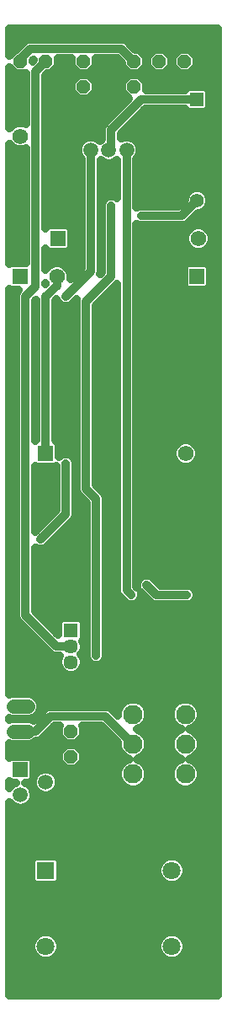
<source format=gbl>
G75*
%MOIN*%
%OFA0B0*%
%FSLAX25Y25*%
%IPPOS*%
%LPD*%
%AMOC8*
5,1,8,0,0,1.08239X$1,22.5*
%
%ADD10R,0.06201X0.06201*%
%ADD11C,0.06201*%
%ADD12C,0.05500*%
%ADD13R,0.05500X0.05500*%
%ADD14C,0.05600*%
%ADD15R,0.05701X0.05701*%
%ADD16C,0.05701*%
%ADD17R,0.05900X0.05900*%
%ADD18C,0.05900*%
%ADD19C,0.05945*%
%ADD20OC8,0.05200*%
%ADD21C,0.07677*%
%ADD22R,0.07087X0.07087*%
%ADD23C,0.07087*%
%ADD24C,0.03200*%
%ADD25C,0.02978*%
D10*
X0129342Y0264933D03*
X0119342Y0334933D03*
X0134342Y0349933D03*
X0189342Y0334933D03*
D11*
X0189854Y0349933D03*
X0184854Y0264933D03*
X0133830Y0334933D03*
X0119342Y0390445D03*
D12*
X0189342Y0364933D03*
D13*
X0189342Y0404933D03*
D14*
X0122142Y0164933D02*
X0116542Y0164933D01*
X0116542Y0154933D02*
X0122142Y0154933D01*
D15*
X0139342Y0194933D03*
D16*
X0139342Y0188634D03*
X0139342Y0182335D03*
D17*
X0119342Y0139933D03*
D18*
X0119342Y0129933D03*
X0129342Y0134933D03*
D19*
X0147255Y0384933D03*
X0154342Y0384933D03*
X0161428Y0384933D03*
D20*
X0164342Y0409933D03*
X0164342Y0419933D03*
X0174342Y0419933D03*
X0184342Y0419933D03*
X0144342Y0419933D03*
X0144342Y0409933D03*
X0129342Y0419933D03*
X0119342Y0419933D03*
X0139342Y0154933D03*
X0139342Y0144933D03*
D21*
X0163909Y0149933D03*
X0163909Y0138122D03*
X0163909Y0161744D03*
X0184775Y0161744D03*
X0184775Y0149933D03*
X0184775Y0138122D03*
D22*
X0129342Y0099933D03*
D23*
X0129342Y0069933D03*
X0179342Y0069933D03*
X0179342Y0099933D03*
D24*
X0114942Y0127098D02*
X0114942Y0050533D01*
X0197663Y0050533D01*
X0197663Y0433034D01*
X0114942Y0433034D01*
X0114942Y0422321D01*
X0117354Y0424733D01*
X0117768Y0424733D01*
X0121189Y0428155D01*
X0122586Y0428733D01*
X0160098Y0428733D01*
X0161494Y0428155D01*
X0162563Y0427086D01*
X0164916Y0424733D01*
X0166330Y0424733D01*
X0169142Y0421921D01*
X0169142Y0417945D01*
X0166330Y0415133D01*
X0162354Y0415133D01*
X0159542Y0417945D01*
X0159542Y0419359D01*
X0157768Y0421133D01*
X0149142Y0421133D01*
X0149142Y0417945D01*
X0146330Y0415133D01*
X0142354Y0415133D01*
X0139542Y0417945D01*
X0139542Y0421133D01*
X0134142Y0421133D01*
X0134142Y0417945D01*
X0131330Y0415133D01*
X0129916Y0415133D01*
X0129142Y0414359D01*
X0129142Y0354045D01*
X0130330Y0355233D01*
X0138353Y0355233D01*
X0139642Y0353945D01*
X0139642Y0345921D01*
X0138353Y0344633D01*
X0130330Y0344633D01*
X0129142Y0345821D01*
X0129142Y0337465D01*
X0129337Y0337935D01*
X0130828Y0339427D01*
X0132776Y0340233D01*
X0134884Y0340233D01*
X0136832Y0339427D01*
X0138323Y0337935D01*
X0139130Y0335987D01*
X0139130Y0334096D01*
X0143455Y0338420D01*
X0143455Y0381418D01*
X0142870Y0382003D01*
X0142083Y0383904D01*
X0142083Y0385962D01*
X0142870Y0387863D01*
X0144325Y0389318D01*
X0146226Y0390105D01*
X0148284Y0390105D01*
X0150185Y0389318D01*
X0150798Y0388705D01*
X0151412Y0389318D01*
X0151542Y0389372D01*
X0151542Y0393689D01*
X0152120Y0395086D01*
X0162261Y0405226D01*
X0159542Y0407945D01*
X0159542Y0411921D01*
X0162354Y0414733D01*
X0166330Y0414733D01*
X0169142Y0411921D01*
X0169142Y0408733D01*
X0184531Y0408733D01*
X0185681Y0409883D01*
X0193003Y0409883D01*
X0194292Y0408594D01*
X0194292Y0401272D01*
X0193003Y0399983D01*
X0185681Y0399983D01*
X0184531Y0401133D01*
X0168916Y0401133D01*
X0159142Y0391359D01*
X0159142Y0389585D01*
X0160400Y0390105D01*
X0162457Y0390105D01*
X0164358Y0389318D01*
X0165813Y0387863D01*
X0166601Y0385962D01*
X0166601Y0383904D01*
X0165813Y0382003D01*
X0165228Y0381418D01*
X0165228Y0362171D01*
X0166586Y0362733D01*
X0181768Y0362733D01*
X0184392Y0365357D01*
X0184392Y0365918D01*
X0185145Y0367737D01*
X0186538Y0369129D01*
X0188357Y0369883D01*
X0190326Y0369883D01*
X0192146Y0369129D01*
X0193538Y0367737D01*
X0194292Y0365918D01*
X0194292Y0363948D01*
X0193538Y0362129D01*
X0192146Y0360737D01*
X0190326Y0359983D01*
X0189766Y0359983D01*
X0186563Y0356781D01*
X0185494Y0355712D01*
X0184098Y0355133D01*
X0166586Y0355133D01*
X0165228Y0355695D01*
X0165228Y0212420D01*
X0165591Y0212057D01*
X0165542Y0212177D01*
X0165542Y0213689D01*
X0166120Y0215086D01*
X0167189Y0216155D01*
X0168586Y0216733D01*
X0170098Y0216733D01*
X0171494Y0216155D01*
X0174916Y0212733D01*
X0186098Y0212733D01*
X0187494Y0212155D01*
X0188563Y0211086D01*
X0189142Y0209689D01*
X0189142Y0208177D01*
X0188563Y0206781D01*
X0187494Y0205712D01*
X0186098Y0205133D01*
X0172586Y0205133D01*
X0171189Y0205712D01*
X0167092Y0209809D01*
X0167142Y0209689D01*
X0167142Y0208177D01*
X0166563Y0206781D01*
X0165494Y0205712D01*
X0164098Y0205133D01*
X0162586Y0205133D01*
X0161189Y0205712D01*
X0158207Y0208694D01*
X0157628Y0210091D01*
X0157628Y0331846D01*
X0157494Y0331712D01*
X0157494Y0331712D01*
X0149142Y0323359D01*
X0149142Y0252507D01*
X0152563Y0249086D01*
X0153142Y0247689D01*
X0153142Y0184177D01*
X0152563Y0182781D01*
X0151494Y0181712D01*
X0150098Y0181133D01*
X0148586Y0181133D01*
X0147189Y0181712D01*
X0146120Y0182781D01*
X0145542Y0184177D01*
X0145542Y0245359D01*
X0143189Y0247712D01*
X0142120Y0248781D01*
X0141542Y0250177D01*
X0141542Y0325689D01*
X0141591Y0325809D01*
X0139494Y0323712D01*
X0138098Y0323133D01*
X0136586Y0323133D01*
X0135189Y0323712D01*
X0134120Y0324781D01*
X0133664Y0325882D01*
X0133142Y0325359D01*
X0133142Y0270233D01*
X0133353Y0270233D01*
X0134642Y0268945D01*
X0134642Y0263607D01*
X0135189Y0264155D01*
X0136586Y0264733D01*
X0138098Y0264733D01*
X0139494Y0264155D01*
X0140563Y0263086D01*
X0141142Y0261689D01*
X0141142Y0240177D01*
X0140563Y0238781D01*
X0129494Y0227712D01*
X0128098Y0227133D01*
X0126586Y0227133D01*
X0125189Y0227712D01*
X0125142Y0227759D01*
X0125142Y0202507D01*
X0134291Y0193357D01*
X0134291Y0198695D01*
X0135580Y0199983D01*
X0143103Y0199983D01*
X0144392Y0198695D01*
X0144392Y0191171D01*
X0143943Y0190722D01*
X0144392Y0189638D01*
X0144392Y0187629D01*
X0143623Y0185773D01*
X0143335Y0185484D01*
X0143623Y0185195D01*
X0144392Y0183339D01*
X0144392Y0181330D01*
X0143623Y0179474D01*
X0142203Y0178053D01*
X0140346Y0177284D01*
X0138337Y0177284D01*
X0136481Y0178053D01*
X0135060Y0179474D01*
X0134291Y0181330D01*
X0134291Y0183339D01*
X0134911Y0184834D01*
X0132885Y0184834D01*
X0131488Y0185412D01*
X0119189Y0197712D01*
X0118120Y0198781D01*
X0117542Y0200177D01*
X0117542Y0327689D01*
X0118120Y0329086D01*
X0118667Y0329633D01*
X0115330Y0329633D01*
X0114942Y0330021D01*
X0114942Y0169682D01*
X0115547Y0169933D01*
X0123136Y0169933D01*
X0124974Y0169172D01*
X0126381Y0167765D01*
X0127142Y0165928D01*
X0127142Y0163938D01*
X0126381Y0162101D01*
X0124974Y0160694D01*
X0123136Y0159933D01*
X0115547Y0159933D01*
X0114942Y0160184D01*
X0114942Y0159682D01*
X0115547Y0159933D01*
X0123136Y0159933D01*
X0124431Y0159397D01*
X0128120Y0163086D01*
X0129189Y0164155D01*
X0130586Y0164733D01*
X0153665Y0164733D01*
X0155061Y0164155D01*
X0157870Y0161346D01*
X0157870Y0162945D01*
X0158789Y0165165D01*
X0160488Y0166863D01*
X0162708Y0167783D01*
X0165110Y0167783D01*
X0167329Y0166863D01*
X0169028Y0165165D01*
X0169947Y0162945D01*
X0169947Y0160543D01*
X0169028Y0158324D01*
X0167329Y0156625D01*
X0165431Y0155839D01*
X0167329Y0155052D01*
X0169028Y0153354D01*
X0169947Y0151134D01*
X0169947Y0148732D01*
X0169028Y0146512D01*
X0167329Y0144814D01*
X0165431Y0144028D01*
X0167329Y0143241D01*
X0169028Y0141543D01*
X0169947Y0139323D01*
X0169947Y0136921D01*
X0169028Y0134701D01*
X0167329Y0133003D01*
X0165110Y0132083D01*
X0162708Y0132083D01*
X0160488Y0133003D01*
X0158789Y0134701D01*
X0157870Y0136921D01*
X0157870Y0139323D01*
X0158789Y0141543D01*
X0160488Y0143241D01*
X0162386Y0144028D01*
X0160488Y0144814D01*
X0158789Y0146512D01*
X0157870Y0148732D01*
X0157870Y0150598D01*
X0151335Y0157133D01*
X0143930Y0157133D01*
X0144142Y0156921D01*
X0144142Y0152945D01*
X0141330Y0150133D01*
X0137354Y0150133D01*
X0134542Y0152945D01*
X0134542Y0156921D01*
X0134754Y0157133D01*
X0132916Y0157133D01*
X0127494Y0151712D01*
X0126098Y0151133D01*
X0125413Y0151133D01*
X0124974Y0150694D01*
X0123136Y0149933D01*
X0115547Y0149933D01*
X0114942Y0150184D01*
X0114942Y0144544D01*
X0115481Y0145083D01*
X0123203Y0145083D01*
X0124492Y0143794D01*
X0124492Y0136682D01*
X0124976Y0137850D01*
X0126425Y0139299D01*
X0128317Y0140083D01*
X0130366Y0140083D01*
X0132259Y0139299D01*
X0133708Y0137850D01*
X0134492Y0135957D01*
X0134492Y0133909D01*
X0133708Y0132016D01*
X0132259Y0130567D01*
X0130366Y0129783D01*
X0128317Y0129783D01*
X0126425Y0130567D01*
X0124976Y0132016D01*
X0124192Y0133909D01*
X0124192Y0135772D01*
X0123203Y0134783D01*
X0121090Y0134783D01*
X0122259Y0134299D01*
X0123708Y0132850D01*
X0124492Y0130957D01*
X0124492Y0128909D01*
X0123708Y0127016D01*
X0122259Y0125567D01*
X0120366Y0124783D01*
X0118317Y0124783D01*
X0116425Y0125567D01*
X0114976Y0127016D01*
X0114942Y0127098D01*
X0114942Y0124896D02*
X0118045Y0124896D01*
X0120638Y0124896D02*
X0197663Y0124896D01*
X0197663Y0128094D02*
X0124154Y0128094D01*
X0124353Y0131293D02*
X0125699Y0131293D01*
X0124192Y0134491D02*
X0121795Y0134491D01*
X0124492Y0137690D02*
X0124909Y0137690D01*
X0124492Y0140888D02*
X0136598Y0140888D01*
X0137354Y0140133D02*
X0141330Y0140133D01*
X0144142Y0142945D01*
X0144142Y0146921D01*
X0141330Y0149733D01*
X0137354Y0149733D01*
X0134542Y0146921D01*
X0134542Y0142945D01*
X0137354Y0140133D01*
X0133774Y0137690D02*
X0157870Y0137690D01*
X0158518Y0140888D02*
X0142085Y0140888D01*
X0144142Y0144087D02*
X0162243Y0144087D01*
X0158469Y0147285D02*
X0143778Y0147285D01*
X0141681Y0150484D02*
X0157870Y0150484D01*
X0154785Y0153682D02*
X0144142Y0153682D01*
X0144142Y0156881D02*
X0151587Y0156881D01*
X0152909Y0160933D02*
X0163909Y0149933D01*
X0165574Y0144087D02*
X0183109Y0144087D01*
X0183252Y0144028D02*
X0181354Y0143241D01*
X0179656Y0141543D01*
X0178736Y0139323D01*
X0178736Y0136921D01*
X0179656Y0134701D01*
X0181354Y0133003D01*
X0183574Y0132083D01*
X0185976Y0132083D01*
X0188195Y0133003D01*
X0189894Y0134701D01*
X0190813Y0136921D01*
X0190813Y0139323D01*
X0189894Y0141543D01*
X0188195Y0143241D01*
X0186297Y0144028D01*
X0188195Y0144814D01*
X0189894Y0146512D01*
X0190813Y0148732D01*
X0190813Y0151134D01*
X0189894Y0153354D01*
X0188195Y0155052D01*
X0186297Y0155839D01*
X0188195Y0156625D01*
X0189894Y0158324D01*
X0190813Y0160543D01*
X0190813Y0162945D01*
X0189894Y0165165D01*
X0188195Y0166863D01*
X0185976Y0167783D01*
X0183574Y0167783D01*
X0181354Y0166863D01*
X0179656Y0165165D01*
X0178736Y0162945D01*
X0178736Y0160543D01*
X0179656Y0158324D01*
X0181354Y0156625D01*
X0183252Y0155839D01*
X0181354Y0155052D01*
X0179656Y0153354D01*
X0178736Y0151134D01*
X0178736Y0148732D01*
X0179656Y0146512D01*
X0181354Y0144814D01*
X0183252Y0144028D01*
X0186441Y0144087D02*
X0197663Y0144087D01*
X0197663Y0147285D02*
X0190214Y0147285D01*
X0190813Y0150484D02*
X0197663Y0150484D01*
X0197663Y0153682D02*
X0189565Y0153682D01*
X0188452Y0156881D02*
X0197663Y0156881D01*
X0197663Y0160079D02*
X0190621Y0160079D01*
X0190676Y0163278D02*
X0197663Y0163278D01*
X0197663Y0166477D02*
X0188582Y0166477D01*
X0180967Y0166477D02*
X0167716Y0166477D01*
X0169809Y0163278D02*
X0178874Y0163278D01*
X0178928Y0160079D02*
X0169755Y0160079D01*
X0167585Y0156881D02*
X0181098Y0156881D01*
X0179984Y0153682D02*
X0168699Y0153682D01*
X0169947Y0150484D02*
X0178736Y0150484D01*
X0179335Y0147285D02*
X0169348Y0147285D01*
X0169299Y0140888D02*
X0179385Y0140888D01*
X0178736Y0137690D02*
X0169947Y0137690D01*
X0168818Y0134491D02*
X0179866Y0134491D01*
X0189684Y0134491D02*
X0197663Y0134491D01*
X0197663Y0131293D02*
X0132985Y0131293D01*
X0134492Y0134491D02*
X0159000Y0134491D01*
X0152909Y0160933D02*
X0131342Y0160933D01*
X0125342Y0154933D01*
X0119342Y0154933D01*
X0123490Y0160079D02*
X0125114Y0160079D01*
X0126868Y0163278D02*
X0128313Y0163278D01*
X0126914Y0166477D02*
X0160101Y0166477D01*
X0158008Y0163278D02*
X0155938Y0163278D01*
X0152252Y0182469D02*
X0197663Y0182469D01*
X0197663Y0179271D02*
X0143420Y0179271D01*
X0144392Y0182469D02*
X0146432Y0182469D01*
X0145542Y0185668D02*
X0143518Y0185668D01*
X0144392Y0188866D02*
X0145542Y0188866D01*
X0145542Y0192065D02*
X0144392Y0192065D01*
X0144392Y0195263D02*
X0145542Y0195263D01*
X0145542Y0198462D02*
X0144392Y0198462D01*
X0145542Y0201660D02*
X0125989Y0201660D01*
X0125142Y0204859D02*
X0145542Y0204859D01*
X0145542Y0208057D02*
X0125142Y0208057D01*
X0125142Y0211256D02*
X0145542Y0211256D01*
X0145542Y0214454D02*
X0125142Y0214454D01*
X0125142Y0217653D02*
X0145542Y0217653D01*
X0145542Y0220851D02*
X0125142Y0220851D01*
X0125142Y0224050D02*
X0145542Y0224050D01*
X0145542Y0227248D02*
X0128376Y0227248D01*
X0126308Y0227248D02*
X0125142Y0227248D01*
X0127342Y0230933D02*
X0137342Y0240933D01*
X0137342Y0260933D01*
X0134642Y0265630D02*
X0141542Y0265630D01*
X0141542Y0262432D02*
X0140834Y0262432D01*
X0141142Y0259233D02*
X0141542Y0259233D01*
X0141542Y0256035D02*
X0141142Y0256035D01*
X0141142Y0252836D02*
X0141542Y0252836D01*
X0141765Y0249638D02*
X0141142Y0249638D01*
X0141142Y0246439D02*
X0144462Y0246439D01*
X0145542Y0243241D02*
X0141142Y0243241D01*
X0141086Y0240042D02*
X0145542Y0240042D01*
X0145542Y0236844D02*
X0138626Y0236844D01*
X0135428Y0233645D02*
X0145542Y0233645D01*
X0145542Y0230447D02*
X0132229Y0230447D01*
X0127878Y0236844D02*
X0125142Y0236844D01*
X0125142Y0234107D02*
X0125142Y0259821D01*
X0125330Y0259633D01*
X0133353Y0259633D01*
X0133542Y0259821D01*
X0133542Y0242507D01*
X0125142Y0234107D01*
X0125142Y0240042D02*
X0131077Y0240042D01*
X0133542Y0243241D02*
X0125142Y0243241D01*
X0125142Y0246439D02*
X0133542Y0246439D01*
X0133542Y0249638D02*
X0125142Y0249638D01*
X0125142Y0252836D02*
X0133542Y0252836D01*
X0133542Y0256035D02*
X0125142Y0256035D01*
X0125142Y0259233D02*
X0133542Y0259233D01*
X0129342Y0264933D02*
X0129342Y0326933D01*
X0133830Y0331421D01*
X0133830Y0334933D01*
X0137063Y0339196D02*
X0143455Y0339196D01*
X0143455Y0342395D02*
X0129142Y0342395D01*
X0129142Y0345593D02*
X0129370Y0345593D01*
X0129142Y0339196D02*
X0130597Y0339196D01*
X0129142Y0332401D02*
X0129142Y0332107D01*
X0129228Y0332193D01*
X0129142Y0332401D01*
X0125342Y0330933D02*
X0125342Y0415933D01*
X0129342Y0419933D01*
X0132157Y0415960D02*
X0141526Y0415960D01*
X0142354Y0414733D02*
X0139542Y0411921D01*
X0139542Y0407945D01*
X0142354Y0405133D01*
X0146330Y0405133D01*
X0149142Y0407945D01*
X0149142Y0411921D01*
X0146330Y0414733D01*
X0142354Y0414733D01*
X0140382Y0412762D02*
X0129142Y0412762D01*
X0129142Y0409563D02*
X0139542Y0409563D01*
X0141122Y0406365D02*
X0129142Y0406365D01*
X0129142Y0403166D02*
X0160201Y0403166D01*
X0161122Y0406365D02*
X0147562Y0406365D01*
X0149142Y0409563D02*
X0159542Y0409563D01*
X0160382Y0412762D02*
X0148301Y0412762D01*
X0147157Y0415960D02*
X0161526Y0415960D01*
X0159542Y0419159D02*
X0149142Y0419159D01*
X0159342Y0424933D02*
X0123342Y0424933D01*
X0119342Y0420933D01*
X0119342Y0419933D01*
X0116526Y0415960D02*
X0114942Y0415960D01*
X0114942Y0417545D02*
X0117354Y0415133D01*
X0121330Y0415133D01*
X0121542Y0415345D01*
X0121542Y0395271D01*
X0120396Y0395745D01*
X0118287Y0395745D01*
X0116339Y0394938D01*
X0114942Y0393541D01*
X0114942Y0417545D01*
X0114942Y0412762D02*
X0121542Y0412762D01*
X0121542Y0409563D02*
X0114942Y0409563D01*
X0114942Y0406365D02*
X0121542Y0406365D01*
X0121542Y0403166D02*
X0114942Y0403166D01*
X0114942Y0399968D02*
X0121542Y0399968D01*
X0121542Y0396769D02*
X0114942Y0396769D01*
X0114942Y0393571D02*
X0114972Y0393571D01*
X0114942Y0387349D02*
X0116339Y0385951D01*
X0118287Y0385144D01*
X0120396Y0385144D01*
X0121542Y0385619D01*
X0121542Y0340233D01*
X0115330Y0340233D01*
X0114942Y0339845D01*
X0114942Y0387349D01*
X0114942Y0387174D02*
X0115117Y0387174D01*
X0114942Y0383975D02*
X0121542Y0383975D01*
X0121542Y0380777D02*
X0114942Y0380777D01*
X0114942Y0377578D02*
X0121542Y0377578D01*
X0121542Y0374380D02*
X0114942Y0374380D01*
X0114942Y0371181D02*
X0121542Y0371181D01*
X0121542Y0367983D02*
X0114942Y0367983D01*
X0114942Y0364784D02*
X0121542Y0364784D01*
X0121542Y0361586D02*
X0114942Y0361586D01*
X0114942Y0358387D02*
X0121542Y0358387D01*
X0121542Y0355189D02*
X0114942Y0355189D01*
X0114942Y0351990D02*
X0121542Y0351990D01*
X0121542Y0348792D02*
X0114942Y0348792D01*
X0114942Y0345593D02*
X0121542Y0345593D01*
X0121542Y0342395D02*
X0114942Y0342395D01*
X0114942Y0329601D02*
X0118635Y0329601D01*
X0117542Y0326402D02*
X0114942Y0326402D01*
X0114942Y0323204D02*
X0117542Y0323204D01*
X0117542Y0320005D02*
X0114942Y0320005D01*
X0114942Y0316807D02*
X0117542Y0316807D01*
X0117542Y0313608D02*
X0114942Y0313608D01*
X0114942Y0310410D02*
X0117542Y0310410D01*
X0117542Y0307211D02*
X0114942Y0307211D01*
X0114942Y0304012D02*
X0117542Y0304012D01*
X0117542Y0300814D02*
X0114942Y0300814D01*
X0114942Y0297615D02*
X0117542Y0297615D01*
X0117542Y0294417D02*
X0114942Y0294417D01*
X0114942Y0291218D02*
X0117542Y0291218D01*
X0117542Y0288020D02*
X0114942Y0288020D01*
X0114942Y0284821D02*
X0117542Y0284821D01*
X0117542Y0281623D02*
X0114942Y0281623D01*
X0114942Y0278424D02*
X0117542Y0278424D01*
X0117542Y0275226D02*
X0114942Y0275226D01*
X0114942Y0272027D02*
X0117542Y0272027D01*
X0117542Y0268829D02*
X0114942Y0268829D01*
X0114942Y0265630D02*
X0117542Y0265630D01*
X0117542Y0262432D02*
X0114942Y0262432D01*
X0114942Y0259233D02*
X0117542Y0259233D01*
X0117542Y0256035D02*
X0114942Y0256035D01*
X0114942Y0252836D02*
X0117542Y0252836D01*
X0117542Y0249638D02*
X0114942Y0249638D01*
X0114942Y0246439D02*
X0117542Y0246439D01*
X0117542Y0243241D02*
X0114942Y0243241D01*
X0114942Y0240042D02*
X0117542Y0240042D01*
X0117542Y0236844D02*
X0114942Y0236844D01*
X0114942Y0233645D02*
X0117542Y0233645D01*
X0117542Y0230447D02*
X0114942Y0230447D01*
X0114942Y0227248D02*
X0117542Y0227248D01*
X0117542Y0224050D02*
X0114942Y0224050D01*
X0114942Y0220851D02*
X0117542Y0220851D01*
X0117542Y0217653D02*
X0114942Y0217653D01*
X0114942Y0214454D02*
X0117542Y0214454D01*
X0117542Y0211256D02*
X0114942Y0211256D01*
X0114942Y0208057D02*
X0117542Y0208057D01*
X0117542Y0204859D02*
X0114942Y0204859D01*
X0114942Y0201660D02*
X0117542Y0201660D01*
X0118439Y0198462D02*
X0114942Y0198462D01*
X0114942Y0195263D02*
X0121638Y0195263D01*
X0121342Y0200933D02*
X0121342Y0326933D01*
X0125342Y0330933D01*
X0125542Y0325759D02*
X0125542Y0270233D01*
X0125330Y0270233D01*
X0125142Y0270045D01*
X0125142Y0325359D01*
X0125542Y0325759D01*
X0125542Y0323204D02*
X0125142Y0323204D01*
X0125142Y0320005D02*
X0125542Y0320005D01*
X0125542Y0316807D02*
X0125142Y0316807D01*
X0125142Y0313608D02*
X0125542Y0313608D01*
X0125542Y0310410D02*
X0125142Y0310410D01*
X0125142Y0307211D02*
X0125542Y0307211D01*
X0125542Y0304012D02*
X0125142Y0304012D01*
X0125142Y0300814D02*
X0125542Y0300814D01*
X0125542Y0297615D02*
X0125142Y0297615D01*
X0125142Y0294417D02*
X0125542Y0294417D01*
X0125542Y0291218D02*
X0125142Y0291218D01*
X0125142Y0288020D02*
X0125542Y0288020D01*
X0125542Y0284821D02*
X0125142Y0284821D01*
X0125142Y0281623D02*
X0125542Y0281623D01*
X0125542Y0278424D02*
X0125142Y0278424D01*
X0125142Y0275226D02*
X0125542Y0275226D01*
X0125542Y0272027D02*
X0125142Y0272027D01*
X0133142Y0272027D02*
X0141542Y0272027D01*
X0141542Y0268829D02*
X0134642Y0268829D01*
X0133142Y0275226D02*
X0141542Y0275226D01*
X0141542Y0278424D02*
X0133142Y0278424D01*
X0133142Y0281623D02*
X0141542Y0281623D01*
X0141542Y0284821D02*
X0133142Y0284821D01*
X0133142Y0288020D02*
X0141542Y0288020D01*
X0141542Y0291218D02*
X0133142Y0291218D01*
X0133142Y0294417D02*
X0141542Y0294417D01*
X0141542Y0297615D02*
X0133142Y0297615D01*
X0133142Y0300814D02*
X0141542Y0300814D01*
X0141542Y0304012D02*
X0133142Y0304012D01*
X0133142Y0307211D02*
X0141542Y0307211D01*
X0141542Y0310410D02*
X0133142Y0310410D01*
X0133142Y0313608D02*
X0141542Y0313608D01*
X0141542Y0316807D02*
X0133142Y0316807D01*
X0133142Y0320005D02*
X0141542Y0320005D01*
X0141542Y0323204D02*
X0138268Y0323204D01*
X0136416Y0323204D02*
X0133142Y0323204D01*
X0137342Y0326933D02*
X0147255Y0336846D01*
X0147255Y0384933D01*
X0151055Y0380905D02*
X0151412Y0380548D01*
X0153313Y0379761D01*
X0155371Y0379761D01*
X0157272Y0380548D01*
X0157628Y0380905D01*
X0157628Y0366020D01*
X0157494Y0366155D01*
X0156098Y0366733D01*
X0154586Y0366733D01*
X0153189Y0366155D01*
X0152120Y0365086D01*
X0151542Y0363689D01*
X0151542Y0336507D01*
X0151006Y0335971D01*
X0151055Y0336091D01*
X0151055Y0380905D01*
X0151055Y0380777D02*
X0151183Y0380777D01*
X0151055Y0377578D02*
X0157628Y0377578D01*
X0157628Y0374380D02*
X0151055Y0374380D01*
X0151055Y0371181D02*
X0157628Y0371181D01*
X0157628Y0367983D02*
X0151055Y0367983D01*
X0151055Y0364784D02*
X0151995Y0364784D01*
X0151542Y0361586D02*
X0151055Y0361586D01*
X0151055Y0358387D02*
X0151542Y0358387D01*
X0151542Y0355189D02*
X0151055Y0355189D01*
X0151055Y0351990D02*
X0151542Y0351990D01*
X0151542Y0348792D02*
X0151055Y0348792D01*
X0151055Y0345593D02*
X0151542Y0345593D01*
X0151542Y0342395D02*
X0151055Y0342395D01*
X0151055Y0339196D02*
X0151542Y0339196D01*
X0151032Y0335998D02*
X0151017Y0335998D01*
X0155342Y0334933D02*
X0155342Y0362933D01*
X0157500Y0380777D02*
X0157628Y0380777D01*
X0154342Y0384933D02*
X0155342Y0385933D01*
X0155342Y0392933D01*
X0167342Y0404933D01*
X0189342Y0404933D01*
X0193323Y0409563D02*
X0197663Y0409563D01*
X0197663Y0406365D02*
X0194292Y0406365D01*
X0194292Y0403166D02*
X0197663Y0403166D01*
X0197663Y0399968D02*
X0167751Y0399968D01*
X0164552Y0396769D02*
X0197663Y0396769D01*
X0197663Y0393571D02*
X0161354Y0393571D01*
X0159142Y0390372D02*
X0197663Y0390372D01*
X0197663Y0387174D02*
X0166099Y0387174D01*
X0166601Y0383975D02*
X0197663Y0383975D01*
X0197663Y0380777D02*
X0165228Y0380777D01*
X0165228Y0377578D02*
X0197663Y0377578D01*
X0197663Y0374380D02*
X0165228Y0374380D01*
X0165228Y0371181D02*
X0197663Y0371181D01*
X0197663Y0367983D02*
X0193292Y0367983D01*
X0194292Y0364784D02*
X0197663Y0364784D01*
X0197663Y0361586D02*
X0192995Y0361586D01*
X0189342Y0364933D02*
X0183342Y0358933D01*
X0167342Y0358933D01*
X0166452Y0355189D02*
X0165228Y0355189D01*
X0165228Y0351990D02*
X0184969Y0351990D01*
X0185360Y0352935D02*
X0184553Y0350987D01*
X0184553Y0348879D01*
X0185360Y0346931D01*
X0186851Y0345440D01*
X0188799Y0344633D01*
X0190908Y0344633D01*
X0192856Y0345440D01*
X0194347Y0346931D01*
X0195154Y0348879D01*
X0195154Y0350987D01*
X0194347Y0352935D01*
X0192856Y0354427D01*
X0190908Y0355233D01*
X0188799Y0355233D01*
X0186851Y0354427D01*
X0185360Y0352935D01*
X0184232Y0355189D02*
X0188691Y0355189D01*
X0191016Y0355189D02*
X0197663Y0355189D01*
X0197663Y0358387D02*
X0188170Y0358387D01*
X0183819Y0364784D02*
X0165228Y0364784D01*
X0165228Y0367983D02*
X0185391Y0367983D01*
X0194739Y0351990D02*
X0197663Y0351990D01*
X0197663Y0348792D02*
X0195118Y0348792D01*
X0193010Y0345593D02*
X0197663Y0345593D01*
X0197663Y0342395D02*
X0165228Y0342395D01*
X0165228Y0345593D02*
X0186698Y0345593D01*
X0184589Y0348792D02*
X0165228Y0348792D01*
X0165228Y0339196D02*
X0184293Y0339196D01*
X0184041Y0338945D02*
X0185330Y0340233D01*
X0193353Y0340233D01*
X0194642Y0338945D01*
X0194642Y0330921D01*
X0193353Y0329633D01*
X0185330Y0329633D01*
X0184041Y0330921D01*
X0184041Y0338945D01*
X0184041Y0335998D02*
X0165228Y0335998D01*
X0165228Y0332799D02*
X0184041Y0332799D01*
X0194642Y0332799D02*
X0197663Y0332799D01*
X0197663Y0329601D02*
X0165228Y0329601D01*
X0165228Y0326402D02*
X0197663Y0326402D01*
X0197663Y0323204D02*
X0165228Y0323204D01*
X0165228Y0320005D02*
X0197663Y0320005D01*
X0197663Y0316807D02*
X0165228Y0316807D01*
X0165228Y0313608D02*
X0197663Y0313608D01*
X0197663Y0310410D02*
X0165228Y0310410D01*
X0165228Y0307211D02*
X0197663Y0307211D01*
X0197663Y0304012D02*
X0165228Y0304012D01*
X0165228Y0300814D02*
X0197663Y0300814D01*
X0197663Y0297615D02*
X0165228Y0297615D01*
X0165228Y0294417D02*
X0197663Y0294417D01*
X0197663Y0291218D02*
X0165228Y0291218D01*
X0165228Y0288020D02*
X0197663Y0288020D01*
X0197663Y0284821D02*
X0165228Y0284821D01*
X0165228Y0281623D02*
X0197663Y0281623D01*
X0197663Y0278424D02*
X0165228Y0278424D01*
X0165228Y0275226D02*
X0197663Y0275226D01*
X0197663Y0272027D02*
X0165228Y0272027D01*
X0165228Y0268829D02*
X0181254Y0268829D01*
X0181851Y0269427D02*
X0180360Y0267935D01*
X0179553Y0265987D01*
X0179553Y0263879D01*
X0180360Y0261931D01*
X0181851Y0260440D01*
X0183799Y0259633D01*
X0185908Y0259633D01*
X0187856Y0260440D01*
X0189347Y0261931D01*
X0190154Y0263879D01*
X0190154Y0265987D01*
X0189347Y0267935D01*
X0187856Y0269427D01*
X0185908Y0270233D01*
X0183799Y0270233D01*
X0181851Y0269427D01*
X0179553Y0265630D02*
X0165228Y0265630D01*
X0165228Y0262432D02*
X0180153Y0262432D01*
X0188454Y0268829D02*
X0197663Y0268829D01*
X0197663Y0265630D02*
X0190154Y0265630D01*
X0189555Y0262432D02*
X0197663Y0262432D01*
X0197663Y0259233D02*
X0165228Y0259233D01*
X0165228Y0256035D02*
X0197663Y0256035D01*
X0197663Y0252836D02*
X0165228Y0252836D01*
X0165228Y0249638D02*
X0197663Y0249638D01*
X0197663Y0246439D02*
X0165228Y0246439D01*
X0165228Y0243241D02*
X0197663Y0243241D01*
X0197663Y0240042D02*
X0165228Y0240042D01*
X0165228Y0236844D02*
X0197663Y0236844D01*
X0197663Y0233645D02*
X0165228Y0233645D01*
X0165228Y0230447D02*
X0197663Y0230447D01*
X0197663Y0227248D02*
X0165228Y0227248D01*
X0165228Y0224050D02*
X0197663Y0224050D01*
X0197663Y0220851D02*
X0165228Y0220851D01*
X0165228Y0217653D02*
X0197663Y0217653D01*
X0197663Y0214454D02*
X0173195Y0214454D01*
X0169342Y0212933D02*
X0173342Y0208933D01*
X0185342Y0208933D01*
X0188393Y0211256D02*
X0197663Y0211256D01*
X0197663Y0208057D02*
X0189092Y0208057D01*
X0197663Y0204859D02*
X0153142Y0204859D01*
X0153142Y0208057D02*
X0158844Y0208057D01*
X0157628Y0211256D02*
X0153142Y0211256D01*
X0153142Y0214454D02*
X0157628Y0214454D01*
X0157628Y0217653D02*
X0153142Y0217653D01*
X0153142Y0220851D02*
X0157628Y0220851D01*
X0157628Y0224050D02*
X0153142Y0224050D01*
X0153142Y0227248D02*
X0157628Y0227248D01*
X0157628Y0230447D02*
X0153142Y0230447D01*
X0153142Y0233645D02*
X0157628Y0233645D01*
X0157628Y0236844D02*
X0153142Y0236844D01*
X0153142Y0240042D02*
X0157628Y0240042D01*
X0157628Y0243241D02*
X0153142Y0243241D01*
X0153142Y0246439D02*
X0157628Y0246439D01*
X0157628Y0249638D02*
X0152011Y0249638D01*
X0149342Y0246933D02*
X0145342Y0250933D01*
X0145342Y0324933D01*
X0155342Y0334933D01*
X0155383Y0329601D02*
X0157628Y0329601D01*
X0157628Y0326402D02*
X0152185Y0326402D01*
X0149142Y0323204D02*
X0157628Y0323204D01*
X0157628Y0320005D02*
X0149142Y0320005D01*
X0149142Y0316807D02*
X0157628Y0316807D01*
X0157628Y0313608D02*
X0149142Y0313608D01*
X0149142Y0310410D02*
X0157628Y0310410D01*
X0157628Y0307211D02*
X0149142Y0307211D01*
X0149142Y0304012D02*
X0157628Y0304012D01*
X0157628Y0300814D02*
X0149142Y0300814D01*
X0149142Y0297615D02*
X0157628Y0297615D01*
X0157628Y0294417D02*
X0149142Y0294417D01*
X0149142Y0291218D02*
X0157628Y0291218D01*
X0157628Y0288020D02*
X0149142Y0288020D01*
X0149142Y0284821D02*
X0157628Y0284821D01*
X0157628Y0281623D02*
X0149142Y0281623D01*
X0149142Y0278424D02*
X0157628Y0278424D01*
X0157628Y0275226D02*
X0149142Y0275226D01*
X0149142Y0272027D02*
X0157628Y0272027D01*
X0157628Y0268829D02*
X0149142Y0268829D01*
X0149142Y0265630D02*
X0157628Y0265630D01*
X0157628Y0262432D02*
X0149142Y0262432D01*
X0149142Y0259233D02*
X0157628Y0259233D01*
X0157628Y0256035D02*
X0149142Y0256035D01*
X0149142Y0252836D02*
X0157628Y0252836D01*
X0149342Y0246933D02*
X0149342Y0184933D01*
X0153142Y0185668D02*
X0197663Y0185668D01*
X0197663Y0188866D02*
X0153142Y0188866D01*
X0153142Y0192065D02*
X0197663Y0192065D01*
X0197663Y0195263D02*
X0153142Y0195263D01*
X0153142Y0198462D02*
X0197663Y0198462D01*
X0197663Y0201660D02*
X0153142Y0201660D01*
X0161428Y0210846D02*
X0163342Y0208933D01*
X0161428Y0210846D02*
X0161428Y0384933D01*
X0153804Y0396769D02*
X0129142Y0396769D01*
X0129142Y0393571D02*
X0151542Y0393571D01*
X0151542Y0390372D02*
X0129142Y0390372D01*
X0129142Y0387174D02*
X0142585Y0387174D01*
X0142083Y0383975D02*
X0129142Y0383975D01*
X0129142Y0380777D02*
X0143455Y0380777D01*
X0143455Y0377578D02*
X0129142Y0377578D01*
X0129142Y0374380D02*
X0143455Y0374380D01*
X0143455Y0371181D02*
X0129142Y0371181D01*
X0129142Y0367983D02*
X0143455Y0367983D01*
X0143455Y0364784D02*
X0129142Y0364784D01*
X0129142Y0361586D02*
X0143455Y0361586D01*
X0143455Y0358387D02*
X0129142Y0358387D01*
X0129142Y0355189D02*
X0130285Y0355189D01*
X0138398Y0355189D02*
X0143455Y0355189D01*
X0143455Y0351990D02*
X0139642Y0351990D01*
X0139642Y0348792D02*
X0143455Y0348792D01*
X0143455Y0345593D02*
X0139314Y0345593D01*
X0139126Y0335998D02*
X0141032Y0335998D01*
X0129142Y0399968D02*
X0157003Y0399968D01*
X0169142Y0409563D02*
X0185361Y0409563D01*
X0186330Y0415133D02*
X0182354Y0415133D01*
X0179542Y0417945D01*
X0179542Y0421921D01*
X0182354Y0424733D01*
X0186330Y0424733D01*
X0189142Y0421921D01*
X0189142Y0417945D01*
X0186330Y0415133D01*
X0187157Y0415960D02*
X0197663Y0415960D01*
X0197663Y0412762D02*
X0168301Y0412762D01*
X0167157Y0415960D02*
X0171526Y0415960D01*
X0172354Y0415133D02*
X0176330Y0415133D01*
X0179142Y0417945D01*
X0179142Y0421921D01*
X0176330Y0424733D01*
X0172354Y0424733D01*
X0169542Y0421921D01*
X0169542Y0417945D01*
X0172354Y0415133D01*
X0169542Y0419159D02*
X0169142Y0419159D01*
X0168706Y0422357D02*
X0169978Y0422357D01*
X0164342Y0419933D02*
X0159342Y0424933D01*
X0164093Y0425556D02*
X0197663Y0425556D01*
X0197663Y0428754D02*
X0114942Y0428754D01*
X0114942Y0425556D02*
X0118591Y0425556D01*
X0114978Y0422357D02*
X0114942Y0422357D01*
X0114942Y0431953D02*
X0197663Y0431953D01*
X0197663Y0422357D02*
X0188706Y0422357D01*
X0189142Y0419159D02*
X0197663Y0419159D01*
X0181526Y0415960D02*
X0177157Y0415960D01*
X0179142Y0419159D02*
X0179542Y0419159D01*
X0179978Y0422357D02*
X0178706Y0422357D01*
X0139542Y0419159D02*
X0134142Y0419159D01*
X0124542Y0420507D02*
X0124142Y0420107D01*
X0124142Y0420359D01*
X0124542Y0420759D01*
X0124542Y0420507D01*
X0194391Y0339196D02*
X0197663Y0339196D01*
X0197663Y0335998D02*
X0194642Y0335998D01*
X0165859Y0214454D02*
X0165228Y0214454D01*
X0167092Y0208057D02*
X0168844Y0208057D01*
X0139342Y0188634D02*
X0133641Y0188634D01*
X0121342Y0200933D01*
X0124836Y0192065D02*
X0114942Y0192065D01*
X0114942Y0188866D02*
X0128035Y0188866D01*
X0131233Y0185668D02*
X0114942Y0185668D01*
X0114942Y0182469D02*
X0134291Y0182469D01*
X0135264Y0179271D02*
X0114942Y0179271D01*
X0114942Y0176072D02*
X0197663Y0176072D01*
X0197663Y0172874D02*
X0114942Y0172874D01*
X0114942Y0160079D02*
X0115194Y0160079D01*
X0114942Y0147285D02*
X0134906Y0147285D01*
X0134542Y0144087D02*
X0124199Y0144087D01*
X0124466Y0150484D02*
X0137003Y0150484D01*
X0134542Y0153682D02*
X0129465Y0153682D01*
X0132664Y0156881D02*
X0134542Y0156881D01*
X0123759Y0169675D02*
X0197663Y0169675D01*
X0197663Y0140888D02*
X0190165Y0140888D01*
X0190813Y0137690D02*
X0197663Y0137690D01*
X0197663Y0121697D02*
X0114942Y0121697D01*
X0114942Y0118499D02*
X0197663Y0118499D01*
X0197663Y0115300D02*
X0114942Y0115300D01*
X0114942Y0112102D02*
X0197663Y0112102D01*
X0197663Y0108903D02*
X0114942Y0108903D01*
X0114942Y0105705D02*
X0197663Y0105705D01*
X0197663Y0102506D02*
X0184492Y0102506D01*
X0184211Y0103186D02*
X0182595Y0104802D01*
X0180484Y0105676D01*
X0178199Y0105676D01*
X0176088Y0104802D01*
X0174473Y0103186D01*
X0173598Y0101075D01*
X0173598Y0098791D01*
X0174473Y0096680D01*
X0176088Y0095064D01*
X0178199Y0094190D01*
X0180484Y0094190D01*
X0182595Y0095064D01*
X0184211Y0096680D01*
X0185085Y0098791D01*
X0185085Y0101075D01*
X0184211Y0103186D01*
X0185085Y0099308D02*
X0197663Y0099308D01*
X0197663Y0096109D02*
X0183640Y0096109D01*
X0175043Y0096109D02*
X0135085Y0096109D01*
X0135085Y0095478D02*
X0133796Y0094190D01*
X0124887Y0094190D01*
X0123598Y0095478D01*
X0123598Y0104388D01*
X0124887Y0105676D01*
X0133796Y0105676D01*
X0135085Y0104388D01*
X0135085Y0095478D01*
X0135085Y0099308D02*
X0173598Y0099308D01*
X0174191Y0102506D02*
X0135085Y0102506D01*
X0123598Y0102506D02*
X0114942Y0102506D01*
X0114942Y0099308D02*
X0123598Y0099308D01*
X0123598Y0096109D02*
X0114942Y0096109D01*
X0114942Y0092911D02*
X0197663Y0092911D01*
X0197663Y0089712D02*
X0114942Y0089712D01*
X0114942Y0086514D02*
X0197663Y0086514D01*
X0197663Y0083315D02*
X0114942Y0083315D01*
X0114942Y0080117D02*
X0197663Y0080117D01*
X0197663Y0076918D02*
X0114942Y0076918D01*
X0114942Y0073720D02*
X0125006Y0073720D01*
X0124473Y0073186D02*
X0126088Y0074802D01*
X0128199Y0075676D01*
X0130484Y0075676D01*
X0132595Y0074802D01*
X0134211Y0073186D01*
X0135085Y0071075D01*
X0135085Y0068791D01*
X0134211Y0066680D01*
X0132595Y0065064D01*
X0130484Y0064190D01*
X0128199Y0064190D01*
X0126088Y0065064D01*
X0124473Y0066680D01*
X0123598Y0068791D01*
X0123598Y0071075D01*
X0124473Y0073186D01*
X0123598Y0070521D02*
X0114942Y0070521D01*
X0114942Y0067323D02*
X0124207Y0067323D01*
X0114942Y0064124D02*
X0197663Y0064124D01*
X0197663Y0060926D02*
X0114942Y0060926D01*
X0114942Y0057727D02*
X0197663Y0057727D01*
X0197663Y0054529D02*
X0114942Y0054529D01*
X0114942Y0051330D02*
X0197663Y0051330D01*
X0197663Y0067323D02*
X0184477Y0067323D01*
X0184211Y0066680D02*
X0185085Y0068791D01*
X0185085Y0071075D01*
X0184211Y0073186D01*
X0182595Y0074802D01*
X0180484Y0075676D01*
X0178199Y0075676D01*
X0176088Y0074802D01*
X0174473Y0073186D01*
X0173598Y0071075D01*
X0173598Y0068791D01*
X0174473Y0066680D01*
X0176088Y0065064D01*
X0178199Y0064190D01*
X0180484Y0064190D01*
X0182595Y0065064D01*
X0184211Y0066680D01*
X0185085Y0070521D02*
X0197663Y0070521D01*
X0197663Y0073720D02*
X0183677Y0073720D01*
X0175006Y0073720D02*
X0133677Y0073720D01*
X0135085Y0070521D02*
X0173598Y0070521D01*
X0174207Y0067323D02*
X0134477Y0067323D01*
X0114942Y0132768D02*
X0114942Y0135322D01*
X0115481Y0134783D01*
X0117593Y0134783D01*
X0116425Y0134299D01*
X0114976Y0132850D01*
X0114942Y0132768D01*
X0114942Y0134491D02*
X0116889Y0134491D01*
X0132386Y0195263D02*
X0134291Y0195263D01*
X0134291Y0198462D02*
X0129187Y0198462D01*
D25*
X0127342Y0230933D03*
X0137342Y0260933D03*
X0163342Y0208933D03*
X0169342Y0212933D03*
X0185342Y0208933D03*
X0149342Y0184933D03*
X0137342Y0326933D03*
X0155342Y0362933D03*
X0167342Y0358933D03*
M02*

</source>
